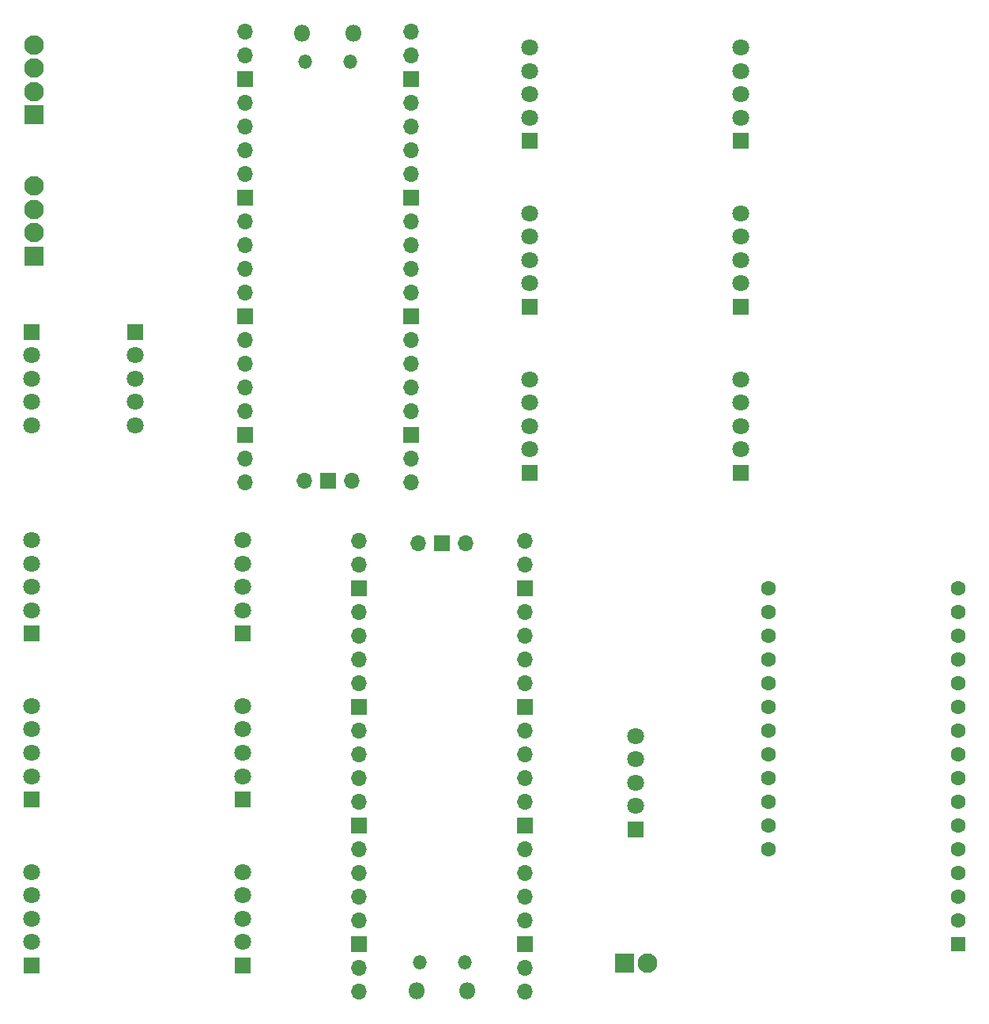
<source format=gbr>
%TF.GenerationSoftware,KiCad,Pcbnew,(6.0.7)*%
%TF.CreationDate,2022-10-24T13:35:24+01:00*%
%TF.ProjectId,Interface,496e7465-7266-4616-9365-2e6b69636164,rev?*%
%TF.SameCoordinates,Original*%
%TF.FileFunction,Soldermask,Bot*%
%TF.FilePolarity,Negative*%
%FSLAX46Y46*%
G04 Gerber Fmt 4.6, Leading zero omitted, Abs format (unit mm)*
G04 Created by KiCad (PCBNEW (6.0.7)) date 2022-10-24 13:35:24*
%MOMM*%
%LPD*%
G01*
G04 APERTURE LIST*
%ADD10R,1.800000X1.800000*%
%ADD11C,1.800000*%
%ADD12R,1.600000X1.600000*%
%ADD13C,1.600000*%
%ADD14R,2.100000X2.100000*%
%ADD15C,2.100000*%
%ADD16O,1.800000X1.800000*%
%ADD17O,1.500000X1.500000*%
%ADD18O,1.700000X1.700000*%
%ADD19R,1.700000X1.700000*%
G04 APERTURE END LIST*
D10*
%TO.C,J3*%
X17575000Y-46250000D03*
D11*
X17575000Y-48750000D03*
X17575000Y-51250000D03*
X17575000Y-53750000D03*
X17575000Y-56250000D03*
%TD*%
D10*
%TO.C,J8*%
X40150000Y-96300000D03*
D11*
X40150000Y-93800000D03*
X40150000Y-91300000D03*
X40150000Y-88800000D03*
X40150000Y-86300000D03*
%TD*%
D10*
%TO.C,J16*%
X70900000Y-43550000D03*
D11*
X70900000Y-41050000D03*
X70900000Y-38550000D03*
X70900000Y-36050000D03*
X70900000Y-33550000D03*
%TD*%
D10*
%TO.C,J4*%
X28650000Y-46250000D03*
D11*
X28650000Y-48750000D03*
X28650000Y-51250000D03*
X28650000Y-53750000D03*
X28650000Y-56250000D03*
%TD*%
D12*
%TO.C,A1*%
X116802500Y-111800000D03*
D13*
X116802500Y-109260000D03*
X116802500Y-106720000D03*
X116802500Y-104180000D03*
X116802500Y-101640000D03*
X116802500Y-99100000D03*
X116802500Y-96560000D03*
X116802500Y-94020000D03*
X116802500Y-91480000D03*
X116802500Y-88940000D03*
X116802500Y-86400000D03*
X116802500Y-83860000D03*
X116802500Y-81320000D03*
X116802500Y-78780000D03*
X116802500Y-76240000D03*
X116802500Y-73700000D03*
X96482500Y-73700000D03*
X96482500Y-76240000D03*
X96482500Y-78780000D03*
X96482500Y-81320000D03*
X96482500Y-83860000D03*
X96482500Y-86400000D03*
X96482500Y-88940000D03*
X96482500Y-91480000D03*
X96482500Y-94020000D03*
X96482500Y-96560000D03*
X96482500Y-99100000D03*
X96482500Y-101640000D03*
%TD*%
D10*
%TO.C,J7*%
X17575000Y-78550000D03*
D11*
X17575000Y-76050000D03*
X17575000Y-73550000D03*
X17575000Y-71050000D03*
X17575000Y-68550000D03*
%TD*%
D10*
%TO.C,J10*%
X40150000Y-114050000D03*
D11*
X40150000Y-111550000D03*
X40150000Y-109050000D03*
X40150000Y-106550000D03*
X40150000Y-104050000D03*
%TD*%
D14*
%TO.C,J1*%
X17750000Y-38100000D03*
D15*
X17750000Y-35600000D03*
X17750000Y-33100000D03*
X17750000Y-30600000D03*
%TD*%
D10*
%TO.C,J15*%
X70900000Y-25800000D03*
D11*
X70900000Y-23300000D03*
X70900000Y-20800000D03*
X70900000Y-18300000D03*
X70900000Y-15800000D03*
%TD*%
D10*
%TO.C,J11*%
X17575000Y-114050000D03*
D11*
X17575000Y-111550000D03*
X17575000Y-109050000D03*
X17575000Y-106550000D03*
X17575000Y-104050000D03*
%TD*%
D10*
%TO.C,J17*%
X93500000Y-25800000D03*
D11*
X93500000Y-23300000D03*
X93500000Y-20800000D03*
X93500000Y-18300000D03*
X93500000Y-15800000D03*
%TD*%
D10*
%TO.C,J14*%
X93500000Y-61300000D03*
D11*
X93500000Y-58800000D03*
X93500000Y-56300000D03*
X93500000Y-53800000D03*
X93500000Y-51300000D03*
%TD*%
D16*
%TO.C,U2*%
X64225000Y-116750000D03*
D17*
X59075000Y-113720000D03*
D16*
X58775000Y-116750000D03*
D17*
X63925000Y-113720000D03*
D18*
X70390000Y-116880000D03*
X70390000Y-114340000D03*
D19*
X70390000Y-111800000D03*
D18*
X70390000Y-109260000D03*
X70390000Y-106720000D03*
X70390000Y-104180000D03*
X70390000Y-101640000D03*
D19*
X70390000Y-99100000D03*
D18*
X70390000Y-96560000D03*
X70390000Y-94020000D03*
X70390000Y-91480000D03*
X70390000Y-88940000D03*
D19*
X70390000Y-86400000D03*
D18*
X70390000Y-83860000D03*
X70390000Y-81320000D03*
X70390000Y-78780000D03*
X70390000Y-76240000D03*
D19*
X70390000Y-73700000D03*
D18*
X70390000Y-71160000D03*
X70390000Y-68620000D03*
X52610000Y-68620000D03*
X52610000Y-71160000D03*
D19*
X52610000Y-73700000D03*
D18*
X52610000Y-76240000D03*
X52610000Y-78780000D03*
X52610000Y-81320000D03*
X52610000Y-83860000D03*
D19*
X52610000Y-86400000D03*
D18*
X52610000Y-88940000D03*
X52610000Y-91480000D03*
X52610000Y-94020000D03*
X52610000Y-96560000D03*
D19*
X52610000Y-99100000D03*
D18*
X52610000Y-101640000D03*
X52610000Y-104180000D03*
X52610000Y-106720000D03*
X52610000Y-109260000D03*
D19*
X52610000Y-111800000D03*
D18*
X52610000Y-114340000D03*
X52610000Y-116880000D03*
X64040000Y-68850000D03*
D19*
X61500000Y-68850000D03*
D18*
X58960000Y-68850000D03*
%TD*%
D14*
%TO.C,J5*%
X81025000Y-113825000D03*
D15*
X83525000Y-113825000D03*
%TD*%
D14*
%TO.C,J2*%
X17750000Y-23000000D03*
D15*
X17750000Y-20500000D03*
X17750000Y-18000000D03*
X17750000Y-15500000D03*
%TD*%
D10*
%TO.C,J6*%
X40150000Y-78550000D03*
D11*
X40150000Y-76050000D03*
X40150000Y-73550000D03*
X40150000Y-71050000D03*
X40150000Y-68550000D03*
%TD*%
D10*
%TO.C,J13*%
X70900000Y-61300000D03*
D11*
X70900000Y-58800000D03*
X70900000Y-56300000D03*
X70900000Y-53800000D03*
X70900000Y-51300000D03*
%TD*%
D10*
%TO.C,J9*%
X17575000Y-96300000D03*
D11*
X17575000Y-93800000D03*
X17575000Y-91300000D03*
X17575000Y-88800000D03*
X17575000Y-86300000D03*
%TD*%
D17*
%TO.C,U1*%
X51675000Y-17280000D03*
X46825000Y-17280000D03*
D16*
X51975000Y-14250000D03*
X46525000Y-14250000D03*
D18*
X40360000Y-14120000D03*
X40360000Y-16660000D03*
D19*
X40360000Y-19200000D03*
D18*
X40360000Y-21740000D03*
X40360000Y-24280000D03*
X40360000Y-26820000D03*
X40360000Y-29360000D03*
D19*
X40360000Y-31900000D03*
D18*
X40360000Y-34440000D03*
X40360000Y-36980000D03*
X40360000Y-39520000D03*
X40360000Y-42060000D03*
D19*
X40360000Y-44600000D03*
D18*
X40360000Y-47140000D03*
X40360000Y-49680000D03*
X40360000Y-52220000D03*
X40360000Y-54760000D03*
D19*
X40360000Y-57300000D03*
D18*
X40360000Y-59840000D03*
X40360000Y-62380000D03*
X58140000Y-62380000D03*
X58140000Y-59840000D03*
D19*
X58140000Y-57300000D03*
D18*
X58140000Y-54760000D03*
X58140000Y-52220000D03*
X58140000Y-49680000D03*
X58140000Y-47140000D03*
D19*
X58140000Y-44600000D03*
D18*
X58140000Y-42060000D03*
X58140000Y-39520000D03*
X58140000Y-36980000D03*
X58140000Y-34440000D03*
D19*
X58140000Y-31900000D03*
D18*
X58140000Y-29360000D03*
X58140000Y-26820000D03*
X58140000Y-24280000D03*
X58140000Y-21740000D03*
D19*
X58140000Y-19200000D03*
D18*
X58140000Y-16660000D03*
X58140000Y-14120000D03*
X46710000Y-62150000D03*
D19*
X49250000Y-62150000D03*
D18*
X51790000Y-62150000D03*
%TD*%
D10*
%TO.C,J12*%
X82250000Y-99500000D03*
D11*
X82250000Y-97000000D03*
X82250000Y-94500000D03*
X82250000Y-92000000D03*
X82250000Y-89500000D03*
%TD*%
D10*
%TO.C,J18*%
X93500000Y-43550000D03*
D11*
X93500000Y-41050000D03*
X93500000Y-38550000D03*
X93500000Y-36050000D03*
X93500000Y-33550000D03*
%TD*%
M02*

</source>
